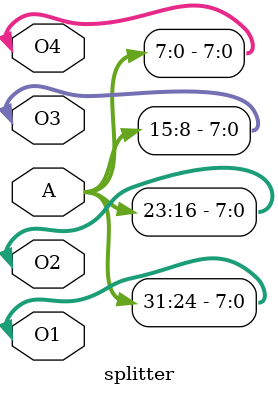
<source format=v>
`timescale 1ns / 1ps
module splitter(
    input [31:0] A,
    input [7:0] O1,
    input [7:0] O2,
    input [7:0] O3,
    input [7:0] O4
    );
	assign O1[7:0]=A[31:24];
	assign O2[7:0]=A[23:16];
	assign O3[7:0]=A[15:8];
	assign O4[7:0]=A[7:0];
endmodule

</source>
